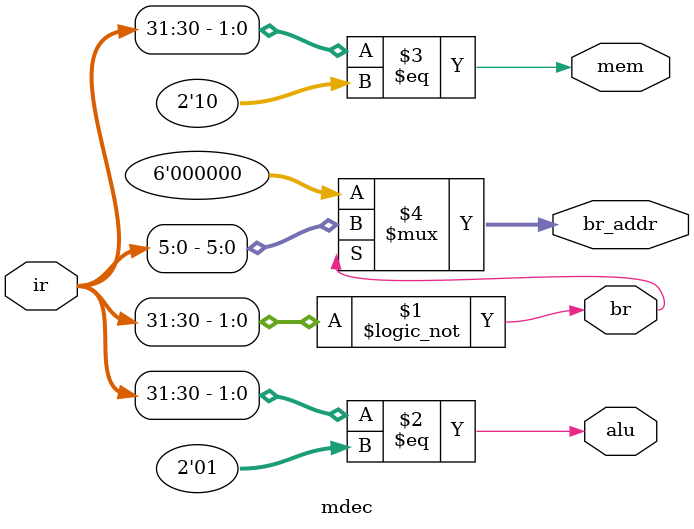
<source format=v>

module mdec(ir, br, br_addr, alu, mem);
    parameter INSTR_WIDTH = 32;
    parameter ADDR_WIDTH = 6;
        
    input [INSTR_WIDTH-1:0]ir;
    output br, alu, mem;
    output [ADDR_WIDTH-1:0] br_addr;
    
    assign br = (ir[INSTR_WIDTH-1:INSTR_WIDTH-2]==2'b00);
    assign alu = (ir[INSTR_WIDTH-1:INSTR_WIDTH-2]==2'b01);
    assign mem = (ir[INSTR_WIDTH-1:INSTR_WIDTH-2]==2'b10);
    assign br_addr = br ? ir[ADDR_WIDTH-1:0] : 6'b000000; 
endmodule
</source>
